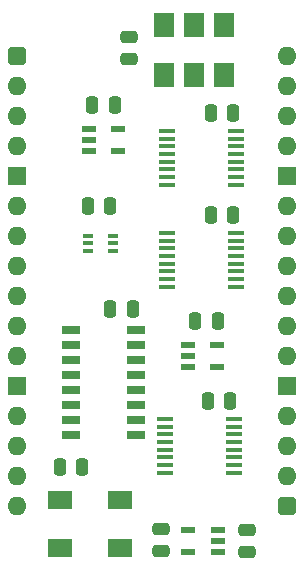
<source format=gts>
%TF.GenerationSoftware,KiCad,Pcbnew,7.0.5*%
%TF.CreationDate,2024-01-27T15:52:53+02:00*%
%TF.ProjectId,Sound Clock,536f756e-6420-4436-9c6f-636b2e6b6963,rev?*%
%TF.SameCoordinates,Original*%
%TF.FileFunction,Soldermask,Top*%
%TF.FilePolarity,Negative*%
%FSLAX46Y46*%
G04 Gerber Fmt 4.6, Leading zero omitted, Abs format (unit mm)*
G04 Created by KiCad (PCBNEW 7.0.5) date 2024-01-27 15:52:53*
%MOMM*%
%LPD*%
G01*
G04 APERTURE LIST*
G04 Aperture macros list*
%AMRoundRect*
0 Rectangle with rounded corners*
0 $1 Rounding radius*
0 $2 $3 $4 $5 $6 $7 $8 $9 X,Y pos of 4 corners*
0 Add a 4 corners polygon primitive as box body*
4,1,4,$2,$3,$4,$5,$6,$7,$8,$9,$2,$3,0*
0 Add four circle primitives for the rounded corners*
1,1,$1+$1,$2,$3*
1,1,$1+$1,$4,$5*
1,1,$1+$1,$6,$7*
1,1,$1+$1,$8,$9*
0 Add four rect primitives between the rounded corners*
20,1,$1+$1,$2,$3,$4,$5,0*
20,1,$1+$1,$4,$5,$6,$7,0*
20,1,$1+$1,$6,$7,$8,$9,0*
20,1,$1+$1,$8,$9,$2,$3,0*%
G04 Aperture macros list end*
%ADD10R,1.800000X2.000000*%
%ADD11R,2.000000X1.500000*%
%ADD12R,1.250000X0.600000*%
%ADD13R,0.875000X0.450000*%
%ADD14R,1.450000X0.450000*%
%ADD15R,1.150000X0.600000*%
%ADD16R,1.550000X0.650000*%
%ADD17RoundRect,0.250000X0.250000X0.475000X-0.250000X0.475000X-0.250000X-0.475000X0.250000X-0.475000X0*%
%ADD18RoundRect,0.250000X0.475000X-0.250000X0.475000X0.250000X-0.475000X0.250000X-0.475000X-0.250000X0*%
%ADD19RoundRect,0.250000X-0.250000X-0.475000X0.250000X-0.475000X0.250000X0.475000X-0.250000X0.475000X0*%
%ADD20RoundRect,0.250000X-0.475000X0.250000X-0.475000X-0.250000X0.475000X-0.250000X0.475000X0.250000X0*%
%ADD21RoundRect,0.400000X-0.400000X-0.400000X0.400000X-0.400000X0.400000X0.400000X-0.400000X0.400000X0*%
%ADD22O,1.600000X1.600000*%
%ADD23R,1.600000X1.600000*%
G04 APERTURE END LIST*
D10*
%TO.C,Y2*%
X106426000Y-55812000D03*
X103886000Y-55812000D03*
X101346000Y-55812000D03*
X101346000Y-60012000D03*
X103886000Y-60012000D03*
X106426000Y-60012000D03*
%TD*%
D11*
%TO.C,Y1*%
X92583000Y-100044000D03*
X97663000Y-100044000D03*
X97663000Y-96044000D03*
X92583000Y-96044000D03*
%TD*%
D12*
%TO.C,IC9*%
X103398000Y-82870000D03*
X103398000Y-83820000D03*
X103398000Y-84770000D03*
X105898000Y-84770000D03*
X105898000Y-82870000D03*
%TD*%
D13*
%TO.C,IC8*%
X94950000Y-73645000D03*
X94950000Y-74295000D03*
X94950000Y-74945000D03*
X97074000Y-74945000D03*
X97074000Y-74295000D03*
X97074000Y-73645000D03*
%TD*%
D14*
%TO.C,IC6*%
X101596000Y-64781000D03*
X101596000Y-65431000D03*
X101596000Y-66081000D03*
X101596000Y-66731000D03*
X101596000Y-67381000D03*
X101596000Y-68031000D03*
X101596000Y-68681000D03*
X101596000Y-69331000D03*
X107446000Y-69331000D03*
X107446000Y-68681000D03*
X107446000Y-68031000D03*
X107446000Y-67381000D03*
X107446000Y-66731000D03*
X107446000Y-66081000D03*
X107446000Y-65431000D03*
X107446000Y-64781000D03*
%TD*%
D15*
%TO.C,IC5*%
X105978000Y-100452000D03*
X105978000Y-99502000D03*
X105978000Y-98552000D03*
X103378000Y-98552000D03*
X103378000Y-100452000D03*
%TD*%
D14*
%TO.C,IC4*%
X101596000Y-73417000D03*
X101596000Y-74067000D03*
X101596000Y-74717000D03*
X101596000Y-75367000D03*
X101596000Y-76017000D03*
X101596000Y-76667000D03*
X101596000Y-77317000D03*
X101596000Y-77967000D03*
X107446000Y-77967000D03*
X107446000Y-77317000D03*
X107446000Y-76667000D03*
X107446000Y-76017000D03*
X107446000Y-75367000D03*
X107446000Y-74717000D03*
X107446000Y-74067000D03*
X107446000Y-73417000D03*
%TD*%
D12*
%TO.C,IC3*%
X95016000Y-64582000D03*
X95016000Y-65532000D03*
X95016000Y-66482000D03*
X97516000Y-66482000D03*
X97516000Y-64582000D03*
%TD*%
D14*
%TO.C,IC2*%
X101469000Y-89165000D03*
X101469000Y-89815000D03*
X101469000Y-90465000D03*
X101469000Y-91115000D03*
X101469000Y-91765000D03*
X101469000Y-92415000D03*
X101469000Y-93065000D03*
X101469000Y-93715000D03*
X107319000Y-93715000D03*
X107319000Y-93065000D03*
X107319000Y-92415000D03*
X107319000Y-91765000D03*
X107319000Y-91115000D03*
X107319000Y-90465000D03*
X107319000Y-89815000D03*
X107319000Y-89165000D03*
%TD*%
D16*
%TO.C,IC1*%
X93541000Y-81661000D03*
X93541000Y-82931000D03*
X93541000Y-84201000D03*
X93541000Y-85471000D03*
X93541000Y-86741000D03*
X93541000Y-88011000D03*
X93541000Y-89281000D03*
X93541000Y-90551000D03*
X98991000Y-90551000D03*
X98991000Y-89281000D03*
X98991000Y-88011000D03*
X98991000Y-86741000D03*
X98991000Y-85471000D03*
X98991000Y-84201000D03*
X98991000Y-82931000D03*
X98991000Y-81661000D03*
%TD*%
D17*
%TO.C,C11*%
X98724000Y-79883000D03*
X96824000Y-79883000D03*
%TD*%
%TO.C,C5*%
X96819000Y-71120000D03*
X94919000Y-71120000D03*
%TD*%
D18*
%TO.C,C8*%
X108386400Y-100461400D03*
X108386400Y-98561400D03*
%TD*%
D17*
%TO.C,C4*%
X106979000Y-87630000D03*
X105079000Y-87630000D03*
%TD*%
D19*
%TO.C,C3*%
X92538000Y-93218000D03*
X94438000Y-93218000D03*
%TD*%
D17*
%TO.C,C2*%
X105918000Y-80899000D03*
X104018000Y-80899000D03*
%TD*%
D18*
%TO.C,C10*%
X98425000Y-58719000D03*
X98425000Y-56819000D03*
%TD*%
D17*
%TO.C,C7*%
X107233000Y-63246000D03*
X105333000Y-63246000D03*
%TD*%
%TO.C,C1*%
X107233000Y-71882000D03*
X105333000Y-71882000D03*
%TD*%
%TO.C,C6*%
X97200000Y-62611000D03*
X95300000Y-62611000D03*
%TD*%
D20*
%TO.C,C9*%
X101122000Y-98441000D03*
X101122000Y-100341000D03*
%TD*%
D21*
%TO.C,J2*%
X88900000Y-58420000D03*
D22*
X88900000Y-60960000D03*
X88900000Y-63500000D03*
X88900000Y-66040000D03*
D23*
X88900000Y-68580000D03*
D22*
X88900000Y-71120000D03*
X88900000Y-73660000D03*
X88900000Y-76200000D03*
X88900000Y-78740000D03*
X88900000Y-81280000D03*
X88900000Y-83820000D03*
D23*
X88900000Y-86360000D03*
D22*
X88900000Y-88900000D03*
X88900000Y-91440000D03*
X88900000Y-93980000D03*
X88900000Y-96520000D03*
D21*
X111760000Y-96520000D03*
D22*
X111760000Y-93980000D03*
X111760000Y-91440000D03*
X111760000Y-88900000D03*
D23*
X111760000Y-86360000D03*
D22*
X111760000Y-83820000D03*
X111760000Y-81280000D03*
X111760000Y-78740000D03*
X111760000Y-76200000D03*
X111760000Y-73660000D03*
X111760000Y-71120000D03*
D23*
X111760000Y-68580000D03*
D22*
X111760000Y-66040000D03*
X111760000Y-63500000D03*
X111760000Y-60960000D03*
X111760000Y-58420000D03*
%TD*%
M02*

</source>
